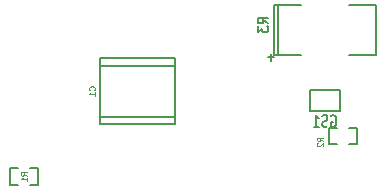
<source format=gbo>
G04 (created by PCBNEW (2013-09-28 BZR 4356)-product) date 2014/04/24 1:43:17*
%MOIN*%
G04 Gerber Fmt 3.4, Leading zero omitted, Abs format*
%FSLAX34Y34*%
G01*
G70*
G90*
G04 APERTURE LIST*
%ADD10C,0.005906*%
%ADD11C,0.005000*%
%ADD12C,0.005900*%
%ADD13C,0.004500*%
%ADD14C,0.004700*%
G04 APERTURE END LIST*
G54D10*
G54D11*
X13779Y6881D02*
X14779Y6881D01*
X14779Y6181D02*
X13779Y6181D01*
X14779Y6181D02*
X14779Y6881D01*
X13779Y6881D02*
X13779Y6181D01*
X4053Y3725D02*
X3775Y3725D01*
X3775Y3725D02*
X3775Y4275D01*
X3775Y4275D02*
X4053Y4275D01*
X4725Y3725D02*
X4447Y3725D01*
X4725Y3725D02*
X4725Y4275D01*
X4725Y4275D02*
X4447Y4275D01*
X15067Y5625D02*
X15345Y5625D01*
X15345Y5625D02*
X15345Y5075D01*
X15345Y5075D02*
X15067Y5075D01*
X14395Y5625D02*
X14673Y5625D01*
X14395Y5625D02*
X14395Y5075D01*
X14395Y5075D02*
X14673Y5075D01*
G54D12*
X12704Y8066D02*
X12704Y9720D01*
X12586Y8066D02*
X12586Y9720D01*
X15972Y8066D02*
X15972Y9720D01*
X15065Y9722D02*
X15965Y9722D01*
X15965Y8064D02*
X15065Y8064D01*
X13492Y8064D02*
X12592Y8064D01*
X12593Y9722D02*
X13493Y9722D01*
G54D11*
X6769Y5996D02*
X9269Y5996D01*
X6769Y7696D02*
X9269Y7696D01*
X6769Y7946D02*
X6769Y5746D01*
X6769Y5746D02*
X9269Y5746D01*
X9269Y5746D02*
X9269Y7946D01*
X9269Y7946D02*
X6769Y7946D01*
X14486Y6031D02*
X14515Y6050D01*
X14558Y6050D01*
X14600Y6031D01*
X14629Y5993D01*
X14643Y5955D01*
X14658Y5879D01*
X14658Y5821D01*
X14643Y5745D01*
X14629Y5707D01*
X14600Y5669D01*
X14558Y5650D01*
X14529Y5650D01*
X14486Y5669D01*
X14472Y5688D01*
X14472Y5821D01*
X14529Y5821D01*
X14358Y5669D02*
X14315Y5650D01*
X14243Y5650D01*
X14215Y5669D01*
X14200Y5688D01*
X14186Y5726D01*
X14186Y5764D01*
X14200Y5802D01*
X14215Y5821D01*
X14243Y5841D01*
X14300Y5860D01*
X14329Y5879D01*
X14343Y5898D01*
X14358Y5936D01*
X14358Y5974D01*
X14343Y6012D01*
X14329Y6031D01*
X14300Y6050D01*
X14229Y6050D01*
X14186Y6031D01*
X13900Y5650D02*
X14072Y5650D01*
X13986Y5650D02*
X13986Y6050D01*
X14015Y5993D01*
X14043Y5955D01*
X14072Y5936D01*
G54D13*
X4339Y4030D02*
X4245Y4090D01*
X4339Y4132D02*
X4142Y4132D01*
X4142Y4064D01*
X4151Y4047D01*
X4160Y4038D01*
X4179Y4030D01*
X4207Y4030D01*
X4226Y4038D01*
X4235Y4047D01*
X4245Y4064D01*
X4245Y4132D01*
X4339Y3858D02*
X4339Y3961D01*
X4339Y3910D02*
X4142Y3910D01*
X4170Y3927D01*
X4189Y3944D01*
X4198Y3961D01*
X14211Y5183D02*
X14117Y5243D01*
X14211Y5286D02*
X14014Y5286D01*
X14014Y5217D01*
X14023Y5200D01*
X14032Y5192D01*
X14051Y5183D01*
X14079Y5183D01*
X14098Y5192D01*
X14107Y5200D01*
X14117Y5217D01*
X14117Y5286D01*
X14032Y5114D02*
X14023Y5106D01*
X14014Y5089D01*
X14014Y5046D01*
X14023Y5029D01*
X14032Y5020D01*
X14051Y5012D01*
X14070Y5012D01*
X14098Y5020D01*
X14211Y5123D01*
X14211Y5012D01*
G54D11*
X12390Y9101D02*
X12223Y9201D01*
X12390Y9272D02*
X12040Y9272D01*
X12040Y9158D01*
X12057Y9129D01*
X12073Y9115D01*
X12107Y9101D01*
X12157Y9101D01*
X12190Y9115D01*
X12207Y9129D01*
X12223Y9158D01*
X12223Y9272D01*
X12040Y9001D02*
X12040Y8815D01*
X12173Y8915D01*
X12173Y8872D01*
X12190Y8844D01*
X12207Y8829D01*
X12240Y8815D01*
X12323Y8815D01*
X12357Y8829D01*
X12373Y8844D01*
X12390Y8872D01*
X12390Y8958D01*
X12373Y8986D01*
X12357Y9001D01*
G54D10*
X12573Y7968D02*
X12363Y7968D01*
X12468Y7863D02*
X12468Y8073D01*
G54D14*
X6590Y6879D02*
X6599Y6888D01*
X6608Y6916D01*
X6608Y6935D01*
X6599Y6963D01*
X6580Y6982D01*
X6561Y6991D01*
X6524Y7001D01*
X6496Y7001D01*
X6458Y6991D01*
X6439Y6982D01*
X6421Y6963D01*
X6411Y6935D01*
X6411Y6916D01*
X6421Y6888D01*
X6430Y6879D01*
X6608Y6691D02*
X6608Y6804D01*
X6608Y6747D02*
X6411Y6747D01*
X6439Y6766D01*
X6458Y6785D01*
X6468Y6804D01*
M02*

</source>
